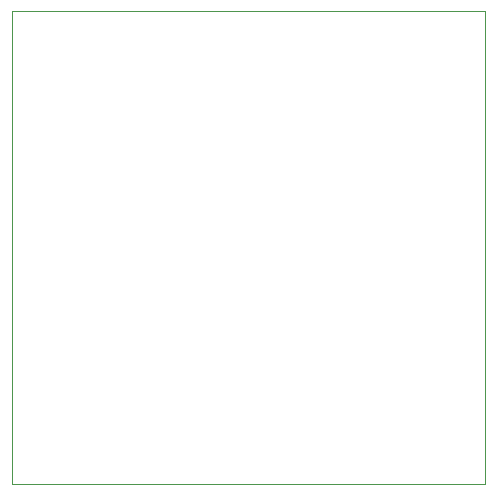
<source format=gbr>
%TF.GenerationSoftware,KiCad,Pcbnew,5.1.6-c6e7f7d~87~ubuntu18.04.1*%
%TF.CreationDate,2021-05-18T20:14:27+01:00*%
%TF.ProjectId,CheeseDistribution,43686565-7365-4446-9973-747269627574,rev?*%
%TF.SameCoordinates,Original*%
%TF.FileFunction,Profile,NP*%
%FSLAX46Y46*%
G04 Gerber Fmt 4.6, Leading zero omitted, Abs format (unit mm)*
G04 Created by KiCad (PCBNEW 5.1.6-c6e7f7d~87~ubuntu18.04.1) date 2021-05-18 20:14:27*
%MOMM*%
%LPD*%
G01*
G04 APERTURE LIST*
%TA.AperFunction,Profile*%
%ADD10C,0.050000*%
%TD*%
G04 APERTURE END LIST*
D10*
X157000000Y-95000000D02*
X197000000Y-95000000D01*
X157000000Y-135000000D02*
X157000000Y-95000000D01*
X197000000Y-135000000D02*
X157000000Y-135000000D01*
X197000000Y-135000000D02*
X197000000Y-95000000D01*
M02*

</source>
